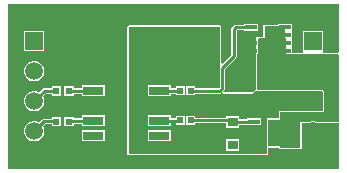
<source format=gbl>
G04*
G04 #@! TF.GenerationSoftware,Altium Limited,Altium Designer,22.3.1 (43)*
G04*
G04 Layer_Physical_Order=2*
G04 Layer_Color=16711680*
%FSLAX25Y25*%
%MOIN*%
G70*
G04*
G04 #@! TF.SameCoordinates,C5F4699D-FB43-4DF1-913B-A25CA7802ECB*
G04*
G04*
G04 #@! TF.FilePolarity,Positive*
G04*
G01*
G75*
%ADD12R,0.00984X0.00303*%
%ADD13R,0.06791X0.08799*%
%ADD14R,0.02008X0.01595*%
%ADD15R,0.03898X0.01595*%
%ADD16R,0.03543X0.03150*%
%ADD17R,0.07008X0.02835*%
%ADD18R,0.08661X0.09252*%
%ADD19R,0.02165X0.02165*%
%ADD20R,0.02362X0.02362*%
%ADD21R,0.02992X0.02835*%
%ADD32C,0.01000*%
%ADD33C,0.05906*%
%ADD34R,0.05906X0.05906*%
G36*
X55118Y11621D02*
X54796Y11214D01*
X49948D01*
X49803Y11654D01*
X49803Y11714D01*
Y18346D01*
X43110D01*
Y11714D01*
X43110Y11654D01*
X42965Y11214D01*
X39488D01*
Y13041D01*
X39488D01*
Y13258D01*
X39488D01*
Y15640D01*
X39488D01*
Y15856D01*
X39488D01*
Y18238D01*
X39488D01*
Y18455D01*
X39488D01*
Y20837D01*
X34803D01*
Y20541D01*
X29902D01*
Y16423D01*
X27724D01*
X27423Y16298D01*
X27298Y15997D01*
Y5896D01*
X27315Y5855D01*
X27306Y5813D01*
X27336Y5666D01*
Y-866D01*
X27234Y-1278D01*
X27204Y-1297D01*
X27046Y-1380D01*
X27006Y-1397D01*
X26514Y-1888D01*
X26324Y-2015D01*
X26100Y-2060D01*
X16796D01*
X16605Y-1598D01*
X16895Y-1308D01*
X17092Y-1012D01*
X17162Y-664D01*
Y5829D01*
X20711Y9379D01*
X20909Y9675D01*
X20978Y10024D01*
Y18683D01*
X21030Y18734D01*
X23504D01*
Y18455D01*
X28189D01*
Y20837D01*
X23504D01*
Y20557D01*
X20653D01*
X20304Y20488D01*
X20008Y20290D01*
X19423Y19704D01*
X19225Y19409D01*
X19156Y19060D01*
Y10401D01*
X16290Y7535D01*
X15828Y7726D01*
X15820Y9929D01*
X15821Y9948D01*
X15859Y10039D01*
Y19803D01*
X15734Y20105D01*
X15433Y20229D01*
X-15039D01*
X-15341Y20105D01*
X-15465Y19803D01*
Y-22520D01*
X-15341Y-22821D01*
X-15039Y-22946D01*
X31181D01*
X31482Y-22821D01*
X31607Y-22520D01*
Y-20561D01*
X34988D01*
X35092Y-20813D01*
X35394Y-20938D01*
X42198D01*
X42499Y-20813D01*
X42624Y-20512D01*
Y-12230D01*
X45454D01*
X45507Y-12208D01*
X45565Y-12216D01*
X46072Y-12080D01*
X46841D01*
X47349Y-12216D01*
X47406Y-12208D01*
X47459Y-12230D01*
X55118D01*
X55118Y-12230D01*
Y-27559D01*
X-55118D01*
Y27559D01*
X55118D01*
Y11621D01*
D02*
G37*
G36*
X15408Y19778D02*
X15433Y19718D01*
Y10124D01*
X15428Y10111D01*
Y10041D01*
X15396Y9978D01*
X15395Y9963D01*
X15394Y9961D01*
X15406Y6542D01*
X15339Y6207D01*
Y-286D01*
X14962Y-664D01*
X7185D01*
Y-98D01*
X4232D01*
Y-3051D01*
X7185D01*
Y-2486D01*
X15339D01*
X15688Y-2417D01*
X15886Y-2284D01*
X16155Y-2252D01*
X16495Y-2361D01*
X16573Y-2394D01*
X16633Y-2454D01*
X16718D01*
X16796Y-2486D01*
X26100D01*
X26140Y-2469D01*
X26183Y-2478D01*
X26407Y-2433D01*
X26478Y-2386D01*
X26561Y-2370D01*
X26751Y-2242D01*
X26775Y-2206D01*
X26816Y-2190D01*
X27252Y-1753D01*
X27402Y-1674D01*
X27884Y-1601D01*
X28032Y-1662D01*
X28100Y-1691D01*
X28182Y-1692D01*
X28192Y-1696D01*
X28195Y-1696D01*
X28196Y-1696D01*
X28197Y-1696D01*
X28197Y-1696D01*
X28268Y-1725D01*
X49513D01*
X49731Y-1943D01*
Y-8157D01*
X35478D01*
X35400Y-8189D01*
X35315Y-8189D01*
X35315Y-8189D01*
X35255Y-8214D01*
X35255Y-8214D01*
X35195Y-8274D01*
X35177Y-8281D01*
X35170Y-8300D01*
X35111Y-8359D01*
X35092Y-8366D01*
X35085Y-8384D01*
X35025Y-8444D01*
X35025Y-8444D01*
X35000Y-8504D01*
X35000Y-8504D01*
X35000Y-8589D01*
X34967Y-8667D01*
Y-10669D01*
X31181D01*
Y-10974D01*
X30986D01*
Y-20561D01*
X31181D01*
Y-22435D01*
X31156Y-22495D01*
X31096Y-22520D01*
X-14955D01*
X-15014Y-22495D01*
X-15039Y-22435D01*
Y19718D01*
X-15014Y19778D01*
X-14955Y19803D01*
X15348D01*
X15408Y19778D01*
D02*
G37*
G36*
X37598Y10787D02*
X54796D01*
X55236Y10347D01*
Y-11686D01*
X55118Y-11804D01*
X47459D01*
X46897Y-11654D01*
X46016D01*
X45454Y-11804D01*
X42198D01*
Y-20427D01*
X42173Y-20487D01*
X42113Y-20512D01*
X35478D01*
X35418Y-20487D01*
X35394Y-20427D01*
Y-13032D01*
X35276Y-12913D01*
X35394Y-12795D01*
Y-8667D01*
X35418Y-8608D01*
X35478Y-8583D01*
X50157D01*
Y-1765D01*
X50156D01*
X49690Y-1299D01*
X28268D01*
X28200Y-1270D01*
X28197Y-1270D01*
X28195Y-1268D01*
X28047Y-1207D01*
X27820Y-935D01*
X27762Y-710D01*
X27762Y-700D01*
Y5666D01*
X27745Y5706D01*
X27753Y5749D01*
X27724Y5896D01*
Y10659D01*
X28189D01*
Y13041D01*
X28189D01*
Y13258D01*
X28189D01*
Y15640D01*
X28534Y15997D01*
X37598D01*
Y10787D01*
D02*
G37*
%LPC*%
G36*
X-43110Y18346D02*
X-49803D01*
Y11654D01*
X-43110D01*
Y18346D01*
D02*
G37*
G36*
X-46016Y8347D02*
X-46897D01*
X-47748Y8118D01*
X-48511Y7678D01*
X-49134Y7055D01*
X-49575Y6292D01*
X-49803Y5441D01*
Y4559D01*
X-49575Y3708D01*
X-49134Y2945D01*
X-48511Y2322D01*
X-47748Y1882D01*
X-46897Y1654D01*
X-46016D01*
X-45165Y1882D01*
X-44402Y2322D01*
X-43779Y2945D01*
X-43338Y3708D01*
X-43110Y4559D01*
Y5441D01*
X-43338Y6292D01*
X-43779Y7055D01*
X-44402Y7678D01*
X-45165Y8118D01*
X-46016Y8347D01*
D02*
G37*
G36*
X-22815Y256D02*
X-30610D01*
Y-654D01*
X-33366D01*
Y0D01*
X-36516D01*
Y-3150D01*
X-33366D01*
Y-2476D01*
X-30610D01*
Y-3366D01*
X-22815D01*
Y256D01*
D02*
G37*
G36*
X-37500Y0D02*
X-40650D01*
Y-664D01*
X-43031D01*
X-43380Y-733D01*
X-43676Y-931D01*
X-44824Y-2079D01*
X-45165Y-1882D01*
X-46016Y-1654D01*
X-46897D01*
X-47748Y-1882D01*
X-48511Y-2322D01*
X-49134Y-2945D01*
X-49575Y-3708D01*
X-49803Y-4559D01*
Y-5441D01*
X-49575Y-6292D01*
X-49134Y-7055D01*
X-48511Y-7678D01*
X-47748Y-8118D01*
X-46897Y-8347D01*
X-46016D01*
X-45165Y-8118D01*
X-44402Y-7678D01*
X-43779Y-7055D01*
X-43338Y-6292D01*
X-43110Y-5441D01*
Y-4559D01*
X-43338Y-3708D01*
X-43535Y-3367D01*
X-42654Y-2486D01*
X-40650D01*
Y-3150D01*
X-37500D01*
Y0D01*
D02*
G37*
G36*
X-22815Y-9744D02*
X-30610D01*
Y-10772D01*
X-33366D01*
Y-10236D01*
X-36516D01*
Y-13386D01*
X-33366D01*
Y-12594D01*
X-30610D01*
Y-13366D01*
X-22815D01*
Y-9744D01*
D02*
G37*
G36*
X-37500Y-10236D02*
X-40650D01*
Y-10860D01*
X-43228D01*
X-43577Y-10930D01*
X-43873Y-11127D01*
X-44824Y-12078D01*
X-45165Y-11882D01*
X-46016Y-11654D01*
X-46897D01*
X-47748Y-11882D01*
X-48511Y-12322D01*
X-49134Y-12945D01*
X-49575Y-13708D01*
X-49803Y-14559D01*
Y-15441D01*
X-49575Y-16292D01*
X-49134Y-17055D01*
X-48511Y-17678D01*
X-47748Y-18118D01*
X-46897Y-18346D01*
X-46016D01*
X-45165Y-18118D01*
X-44402Y-17678D01*
X-43779Y-17055D01*
X-43338Y-16292D01*
X-43110Y-15441D01*
Y-14559D01*
X-43338Y-13708D01*
X-43535Y-13367D01*
X-42851Y-12683D01*
X-40650D01*
Y-13386D01*
X-37500D01*
Y-10236D01*
D02*
G37*
G36*
X-22815Y-14744D02*
X-30610D01*
Y-18366D01*
X-22815D01*
Y-14744D01*
D02*
G37*
G36*
X-886Y256D02*
X-8681D01*
Y-3366D01*
X-886D01*
Y-2476D01*
X689D01*
Y-3051D01*
X3642D01*
Y-98D01*
X689D01*
Y-654D01*
X-886D01*
Y256D01*
D02*
G37*
G36*
Y-9744D02*
X-8681D01*
Y-13366D01*
X-886D01*
Y-12397D01*
X689D01*
Y-12894D01*
X3642D01*
Y-9941D01*
X689D01*
Y-10575D01*
X-886D01*
Y-9744D01*
D02*
G37*
G36*
X7185Y-9941D02*
X4232D01*
Y-12894D01*
X7185D01*
Y-12329D01*
X17520D01*
Y-13976D01*
X21850D01*
Y-12809D01*
X24587D01*
Y-13061D01*
X29272D01*
Y-10679D01*
X24587D01*
Y-10986D01*
X21850D01*
Y-10039D01*
X17520D01*
Y-10506D01*
X7185D01*
Y-9941D01*
D02*
G37*
G36*
X-886Y-14744D02*
X-8681D01*
Y-18366D01*
X-886D01*
Y-14744D01*
D02*
G37*
G36*
X21850Y-17520D02*
X17520D01*
Y-21457D01*
X21850D01*
Y-17520D01*
D02*
G37*
%LPD*%
D12*
X37677Y-11209D02*
D03*
Y-20311D02*
D03*
D13*
X34776Y-15768D02*
D03*
X33691Y15748D02*
D03*
D14*
X39173Y-11870D02*
D03*
Y-14469D02*
D03*
Y-17067D02*
D03*
Y-19665D02*
D03*
D15*
X26929D02*
D03*
Y-17067D02*
D03*
Y-14469D02*
D03*
Y-11870D02*
D03*
X25846Y11850D02*
D03*
Y14449D02*
D03*
Y17047D02*
D03*
Y19646D02*
D03*
X37146D02*
D03*
Y17047D02*
D03*
Y14449D02*
D03*
Y11850D02*
D03*
D16*
X19685Y-19488D02*
D03*
Y-12008D02*
D03*
X11811Y-15748D02*
D03*
D17*
X-26713Y-16555D02*
D03*
Y-11555D02*
D03*
Y-6555D02*
D03*
Y-1555D02*
D03*
X-4783Y-16555D02*
D03*
Y-11555D02*
D03*
Y-6555D02*
D03*
Y-1555D02*
D03*
D18*
X-4232Y14961D02*
D03*
X-27264D02*
D03*
D19*
X2165Y-1575D02*
D03*
X5709D02*
D03*
X2165Y-11417D02*
D03*
X5709D02*
D03*
D20*
X-39075Y-11811D02*
D03*
X-34941D02*
D03*
X-39075Y-1575D02*
D03*
X-34941D02*
D03*
D21*
X17677Y11811D02*
D03*
X13819D02*
D03*
D32*
X20067Y19060D02*
X20653Y19646D01*
X25846D01*
X16250Y6207D02*
X20067Y10024D01*
Y19060D01*
X16250Y-664D02*
Y6207D01*
X15339Y-1575D02*
X16250Y-664D01*
X5709Y-1575D02*
X15339D01*
X19795Y-11898D02*
X26949D01*
X19685Y-12008D02*
X19795Y-11898D01*
X5709Y-11417D02*
X19094D01*
X19685Y-12008D01*
X-4783Y-11555D02*
X-4715Y-11486D01*
X2097D01*
X2165Y-11417D01*
X-4774Y-1565D02*
X2156D01*
X2165Y-1575D01*
X-4783Y-1555D02*
X-4774Y-1565D01*
X-34931D02*
X-26722D01*
X-26713Y-1555D01*
X-34941Y-1575D02*
X-34931Y-1565D01*
X-34941Y-11811D02*
X-34813Y-11683D01*
X-26841D01*
X-26713Y-11555D01*
X-39114Y-11772D02*
X-39075Y-11811D01*
X-43228Y-11772D02*
X-39114D01*
X-46457Y-15000D02*
X-43228Y-11772D01*
X-46457Y-5000D02*
X-43031Y-1575D01*
X-39075D01*
D33*
X46457Y-15000D02*
D03*
Y-5000D02*
D03*
Y5000D02*
D03*
X-46457Y-15000D02*
D03*
Y-5000D02*
D03*
Y5000D02*
D03*
D34*
X46457Y15000D02*
D03*
X-46457D02*
D03*
M02*

</source>
